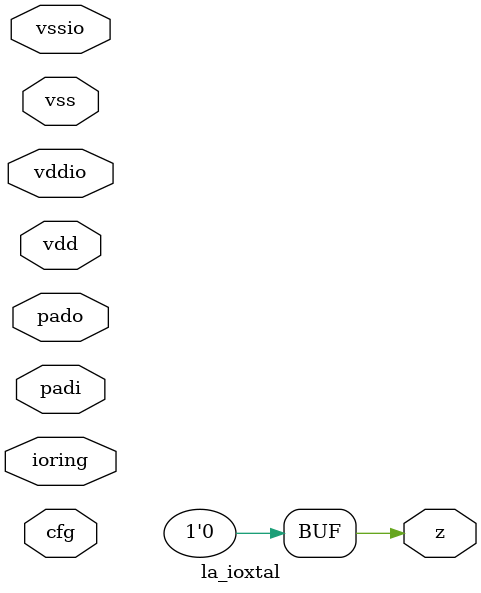
<source format=v>
module la_ioxtal(	// file.cleaned.mlir:2:3
  inout         padi,	// file.cleaned.mlir:2:30
                pado,	// file.cleaned.mlir:2:48
                vdd,	// file.cleaned.mlir:2:66
                vss,	// file.cleaned.mlir:2:83
                vddio,	// file.cleaned.mlir:2:100
                vssio,	// file.cleaned.mlir:2:119
  inout  [7:0]  ioring,	// file.cleaned.mlir:2:138
  input  [15:0] cfg,	// file.cleaned.mlir:2:155
  output        z	// file.cleaned.mlir:2:171
);

  assign z = 1'h0;	// file.cleaned.mlir:3:14, :4:5
endmodule


</source>
